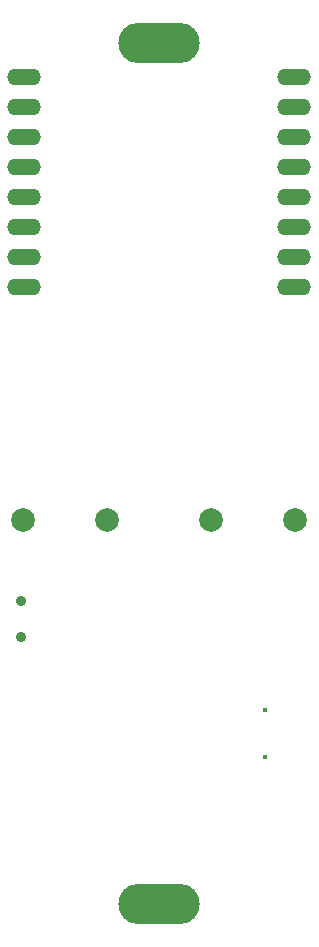
<source format=gbs>
G04 Layer_Color=16711935*
%FSLAX25Y25*%
%MOIN*%
G70*
G01*
G75*
%ADD28C,0.03543*%
%ADD29C,0.07874*%
%ADD30O,0.27087X0.13543*%
%ADD31O,0.11200X0.05600*%
%ADD32C,0.01575*%
D28*
X331890Y254724D02*
D03*
Y242913D02*
D03*
D29*
X332677Y281890D02*
D03*
X360677D02*
D03*
X395276D02*
D03*
X423276D02*
D03*
D30*
X377953Y153740D02*
D03*
Y440748D02*
D03*
D31*
X423095Y429595D02*
D03*
Y419594D02*
D03*
Y409594D02*
D03*
Y399594D02*
D03*
Y389595D02*
D03*
Y379594D02*
D03*
Y369595D02*
D03*
Y359594D02*
D03*
X333095D02*
D03*
Y369595D02*
D03*
Y379594D02*
D03*
Y389595D02*
D03*
Y399594D02*
D03*
Y409594D02*
D03*
Y419594D02*
D03*
Y429595D02*
D03*
D32*
X413295Y218504D02*
D03*
Y202756D02*
D03*
M02*

</source>
